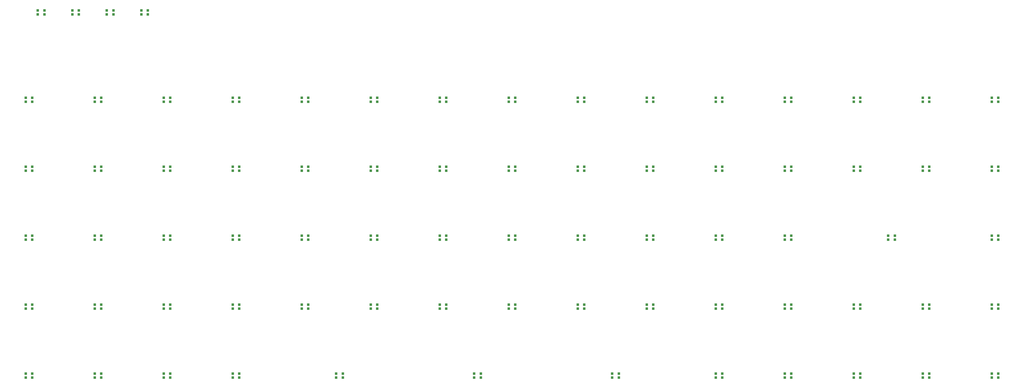
<source format=gbr>
G04 #@! TF.GenerationSoftware,KiCad,Pcbnew,7.0.1*
G04 #@! TF.CreationDate,2023-04-23T23:40:00+02:00*
G04 #@! TF.ProjectId,keyb_15x5,6b657962-5f31-4357-9835-2e6b69636164,rev?*
G04 #@! TF.SameCoordinates,Original*
G04 #@! TF.FileFunction,Paste,Top*
G04 #@! TF.FilePolarity,Positive*
%FSLAX46Y46*%
G04 Gerber Fmt 4.6, Leading zero omitted, Abs format (unit mm)*
G04 Created by KiCad (PCBNEW 7.0.1) date 2023-04-23 23:40:00*
%MOMM*%
%LPD*%
G01*
G04 APERTURE LIST*
%ADD10R,0.700000X0.700000*%
G04 APERTURE END LIST*
D10*
X347235000Y-175390000D03*
X347235000Y-176490000D03*
X349065000Y-176490000D03*
X349065000Y-175390000D03*
X290085000Y-175390000D03*
X290085000Y-176490000D03*
X291915000Y-176490000D03*
X291915000Y-175390000D03*
X291915000Y-119340000D03*
X291915000Y-118240000D03*
X290085000Y-118240000D03*
X290085000Y-119340000D03*
X328185000Y-175390000D03*
X328185000Y-176490000D03*
X330015000Y-176490000D03*
X330015000Y-175390000D03*
X82365000Y-119340000D03*
X82365000Y-118240000D03*
X80535000Y-118240000D03*
X80535000Y-119340000D03*
X93420000Y-94150000D03*
X93420000Y-95250000D03*
X95250000Y-95250000D03*
X95250000Y-94150000D03*
X253815000Y-157440000D03*
X253815000Y-156340000D03*
X251985000Y-156340000D03*
X251985000Y-157440000D03*
X177615000Y-119340000D03*
X177615000Y-118240000D03*
X175785000Y-118240000D03*
X175785000Y-119340000D03*
X83895000Y-94150000D03*
X83895000Y-95250000D03*
X85725000Y-95250000D03*
X85725000Y-94150000D03*
X206190000Y-195540000D03*
X206190000Y-194440000D03*
X204360000Y-194440000D03*
X204360000Y-195540000D03*
X101415000Y-119340000D03*
X101415000Y-118240000D03*
X99585000Y-118240000D03*
X99585000Y-119340000D03*
X251985000Y-137290000D03*
X251985000Y-138390000D03*
X253815000Y-138390000D03*
X253815000Y-137290000D03*
X80535000Y-175390000D03*
X80535000Y-176490000D03*
X82365000Y-176490000D03*
X82365000Y-175390000D03*
X99585000Y-137290000D03*
X99585000Y-138390000D03*
X101415000Y-138390000D03*
X101415000Y-137290000D03*
X194835000Y-137290000D03*
X194835000Y-138390000D03*
X196665000Y-138390000D03*
X196665000Y-137290000D03*
X310965000Y-119340000D03*
X310965000Y-118240000D03*
X309135000Y-118240000D03*
X309135000Y-119340000D03*
X102945000Y-94150000D03*
X102945000Y-95250000D03*
X104775000Y-95250000D03*
X104775000Y-94150000D03*
X349065000Y-157440000D03*
X349065000Y-156340000D03*
X347235000Y-156340000D03*
X347235000Y-157440000D03*
X271035000Y-175390000D03*
X271035000Y-176490000D03*
X272865000Y-176490000D03*
X272865000Y-175390000D03*
X158565000Y-119340000D03*
X158565000Y-118240000D03*
X156735000Y-118240000D03*
X156735000Y-119340000D03*
X320490000Y-157440000D03*
X320490000Y-156340000D03*
X318660000Y-156340000D03*
X318660000Y-157440000D03*
X101415000Y-195540000D03*
X101415000Y-194440000D03*
X99585000Y-194440000D03*
X99585000Y-195540000D03*
X175785000Y-175390000D03*
X175785000Y-176490000D03*
X177615000Y-176490000D03*
X177615000Y-175390000D03*
X310965000Y-195540000D03*
X310965000Y-194440000D03*
X309135000Y-194440000D03*
X309135000Y-195540000D03*
X213885000Y-175390000D03*
X213885000Y-176490000D03*
X215715000Y-176490000D03*
X215715000Y-175390000D03*
X82365000Y-195540000D03*
X82365000Y-194440000D03*
X80535000Y-194440000D03*
X80535000Y-195540000D03*
X118635000Y-175390000D03*
X118635000Y-176490000D03*
X120465000Y-176490000D03*
X120465000Y-175390000D03*
X194835000Y-175390000D03*
X194835000Y-176490000D03*
X196665000Y-176490000D03*
X196665000Y-175390000D03*
X349065000Y-195540000D03*
X349065000Y-194440000D03*
X347235000Y-194440000D03*
X347235000Y-195540000D03*
X196665000Y-119340000D03*
X196665000Y-118240000D03*
X194835000Y-118240000D03*
X194835000Y-119340000D03*
X101415000Y-157440000D03*
X101415000Y-156340000D03*
X99585000Y-156340000D03*
X99585000Y-157440000D03*
X139510000Y-119330000D03*
X139510000Y-118230000D03*
X137680000Y-118230000D03*
X137680000Y-119330000D03*
X168090000Y-195540000D03*
X168090000Y-194440000D03*
X166260000Y-194440000D03*
X166260000Y-195540000D03*
X120465000Y-195540000D03*
X120465000Y-194440000D03*
X118635000Y-194440000D03*
X118635000Y-195540000D03*
X290085000Y-137290000D03*
X290085000Y-138390000D03*
X291915000Y-138390000D03*
X291915000Y-137290000D03*
X120465000Y-157440000D03*
X120465000Y-156340000D03*
X118635000Y-156340000D03*
X118635000Y-157440000D03*
X156735000Y-137290000D03*
X156735000Y-138390000D03*
X158565000Y-138390000D03*
X158565000Y-137290000D03*
X82365000Y-157440000D03*
X82365000Y-156340000D03*
X80535000Y-156340000D03*
X80535000Y-157440000D03*
X156735000Y-175390000D03*
X156735000Y-176490000D03*
X158565000Y-176490000D03*
X158565000Y-175390000D03*
X215715000Y-157440000D03*
X215715000Y-156340000D03*
X213885000Y-156340000D03*
X213885000Y-157440000D03*
X137685000Y-137290000D03*
X137685000Y-138390000D03*
X139515000Y-138390000D03*
X139515000Y-137290000D03*
X112470000Y-94150000D03*
X112470000Y-95250000D03*
X114300000Y-95250000D03*
X114300000Y-94150000D03*
X215715000Y-119340000D03*
X215715000Y-118240000D03*
X213885000Y-118240000D03*
X213885000Y-119340000D03*
X349065000Y-119340000D03*
X349065000Y-118240000D03*
X347235000Y-118240000D03*
X347235000Y-119340000D03*
X347235000Y-137290000D03*
X347235000Y-138390000D03*
X349065000Y-138390000D03*
X349065000Y-137290000D03*
X309135000Y-137290000D03*
X309135000Y-138390000D03*
X310965000Y-138390000D03*
X310965000Y-137290000D03*
X175785000Y-137290000D03*
X175785000Y-138390000D03*
X177615000Y-138390000D03*
X177615000Y-137290000D03*
X232935000Y-137290000D03*
X232935000Y-138390000D03*
X234765000Y-138390000D03*
X234765000Y-137290000D03*
X330015000Y-119340000D03*
X330015000Y-118240000D03*
X328185000Y-118240000D03*
X328185000Y-119340000D03*
X234765000Y-119340000D03*
X234765000Y-118240000D03*
X232935000Y-118240000D03*
X232935000Y-119340000D03*
X253815000Y-119340000D03*
X253815000Y-118240000D03*
X251985000Y-118240000D03*
X251985000Y-119340000D03*
X244290000Y-195540000D03*
X244290000Y-194440000D03*
X242460000Y-194440000D03*
X242460000Y-195540000D03*
X213885000Y-137290000D03*
X213885000Y-138390000D03*
X215715000Y-138390000D03*
X215715000Y-137290000D03*
X232935000Y-175390000D03*
X232935000Y-176490000D03*
X234765000Y-176490000D03*
X234765000Y-175390000D03*
X234765000Y-157440000D03*
X234765000Y-156340000D03*
X232935000Y-156340000D03*
X232935000Y-157440000D03*
X99585000Y-175390000D03*
X99585000Y-176490000D03*
X101415000Y-176490000D03*
X101415000Y-175390000D03*
X118635000Y-137290000D03*
X118635000Y-138390000D03*
X120465000Y-138390000D03*
X120465000Y-137290000D03*
X291915000Y-195540000D03*
X291915000Y-194440000D03*
X290085000Y-194440000D03*
X290085000Y-195540000D03*
X328185000Y-137290000D03*
X328185000Y-138390000D03*
X330015000Y-138390000D03*
X330015000Y-137290000D03*
X272865000Y-195540000D03*
X272865000Y-194440000D03*
X271035000Y-194440000D03*
X271035000Y-195540000D03*
X177615000Y-157440000D03*
X177615000Y-156340000D03*
X175785000Y-156340000D03*
X175785000Y-157440000D03*
X291915000Y-157440000D03*
X291915000Y-156340000D03*
X290085000Y-156340000D03*
X290085000Y-157440000D03*
X158565000Y-157440000D03*
X158565000Y-156340000D03*
X156735000Y-156340000D03*
X156735000Y-157440000D03*
X196665000Y-157440000D03*
X196665000Y-156340000D03*
X194835000Y-156340000D03*
X194835000Y-157440000D03*
X272865000Y-157440000D03*
X272865000Y-156340000D03*
X271035000Y-156340000D03*
X271035000Y-157440000D03*
X271035000Y-137290000D03*
X271035000Y-138390000D03*
X272865000Y-138390000D03*
X272865000Y-137290000D03*
X80535000Y-137290000D03*
X80535000Y-138390000D03*
X82365000Y-138390000D03*
X82365000Y-137290000D03*
X137685000Y-175390000D03*
X137685000Y-176490000D03*
X139515000Y-176490000D03*
X139515000Y-175390000D03*
X330015000Y-195540000D03*
X330015000Y-194440000D03*
X328185000Y-194440000D03*
X328185000Y-195540000D03*
X139515000Y-195540000D03*
X139515000Y-194440000D03*
X137685000Y-194440000D03*
X137685000Y-195540000D03*
X272865000Y-119340000D03*
X272865000Y-118240000D03*
X271035000Y-118240000D03*
X271035000Y-119340000D03*
X139515000Y-157440000D03*
X139515000Y-156340000D03*
X137685000Y-156340000D03*
X137685000Y-157440000D03*
X120465000Y-119340000D03*
X120465000Y-118240000D03*
X118635000Y-118240000D03*
X118635000Y-119340000D03*
X309135000Y-175390000D03*
X309135000Y-176490000D03*
X310965000Y-176490000D03*
X310965000Y-175390000D03*
X251985000Y-175390000D03*
X251985000Y-176490000D03*
X253815000Y-176490000D03*
X253815000Y-175390000D03*
M02*

</source>
